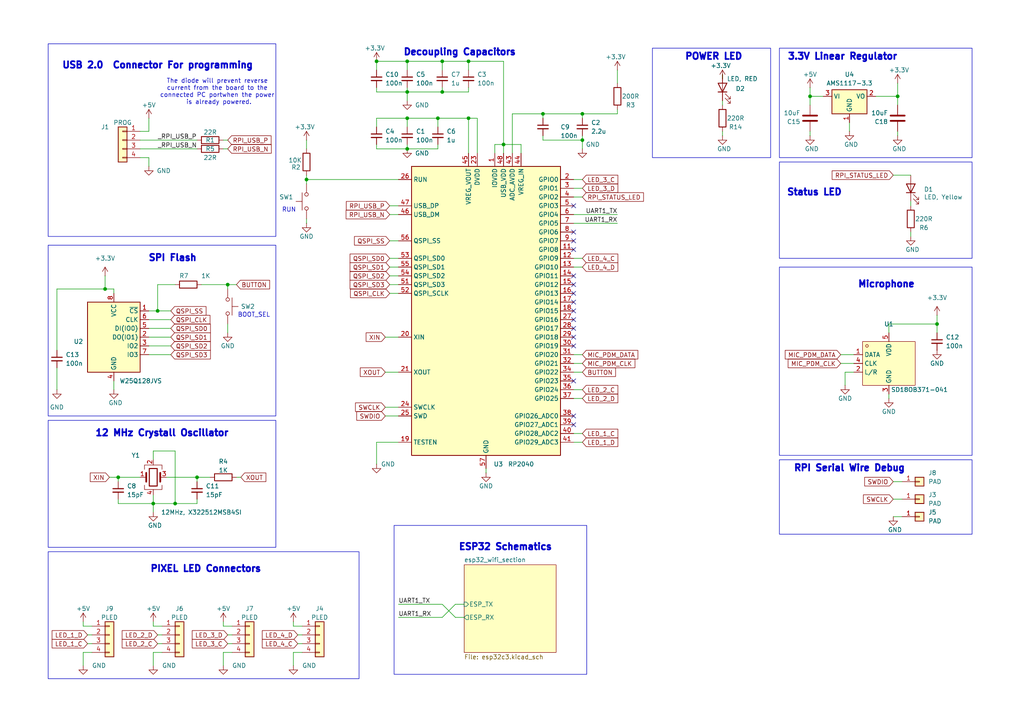
<source format=kicad_sch>
(kicad_sch (version 20231120) (generator "eeschema") (generator_version "8.0")
  (paper "A4")
  (title_block (title "Pixel LED Controller ESP32+RP2040") (date "2024-09-10") (rev "2"))
  (lib_symbols
    (symbol "Connector_Generic:Conn_01x01" (pin_names (offset 1.016) hide)
      (property "Reference" "J" (at 0 2.54 0))
      (property "Value" "Conn_01x01" (at 0 -2.54 0))
      (symbol "Conn_01x01_1_1"
        (pin passive line (at -5.08 0 0) (length 3.81) (name "Pin_1") (number "1"))
      )
    )
    (symbol "Connector_Generic:Conn_01x04" (pin_names (offset 1.016) hide)
      (property "Reference" "J" (at 0 5.08 0))
      (property "Value" "Conn_01x04" (at 0 -7.62 0))
      (symbol "Conn_01x04_1_1"
        (pin passive line (at -5.08 2.54 0) (length 3.81) (name "Pin_1") (number "1"))
        (pin passive line (at -5.08 0 0) (length 3.81) (name "Pin_2") (number "2"))
        (pin passive line (at -5.08 -2.54 0) (length 3.81) (name "Pin_3") (number "3"))
        (pin passive line (at -5.08 -5.08 0) (length 3.81) (name "Pin_4") (number "4"))
      )
    )
    (symbol "Device:C" (pin_numbers hide) (pin_names (offset 0.254))
      (property "Reference" "C" (at 0.635 2.54 0))
      (property "Value" "C" (at 0.635 -2.54 0))
      (symbol "C_1_1"
        (pin passive line (at 0 3.81 270) (length 2.794) (name "~") (number "1"))
        (pin passive line (at 0 -3.81 90) (length 2.794) (name "~") (number "2"))
      )
    )
    (symbol "Device:C_Small" (pin_numbers hide) (pin_names (offset 0.254) hide)
      (property "Reference" "C" (at 0.254 1.778 0))
      (property "Value" "C_Small" (at 0.254 -2.032 0))
      (symbol "C_Small_1_1"
        (pin passive line (at 0 2.54 270) (length 2.032) (name "~") (number "1"))
        (pin passive line (at 0 -2.54 90) (length 2.032) (name "~") (number "2"))
      )
    )
    (symbol "Device:Crystal_GND24" (pin_names (offset 1.016) hide)
      (property "Reference" "Y" (at 3.175 5.08 0))
      (property "Value" "Crystal_GND24" (at 3.175 3.175 0))
      (symbol "Crystal_GND24_1_1"
        (pin passive line (at -3.81 0 0) (length 1.27) (name "1") (number "1"))
        (pin passive line (at 0 5.08 270) (length 1.27) (name "2") (number "2"))
        (pin passive line (at 3.81 0 180) (length 1.27) (name "3") (number "3"))
        (pin passive line (at 0 -5.08 90) (length 1.27) (name "4") (number "4"))
      )
    )
    (symbol "Device:LED" (pin_numbers hide) (pin_names (offset 1.016) hide)
      (property "Reference" "D" (at 0 2.54 0))
      (property "Value" "LED" (at 0 -2.54 0))
      (symbol "LED_1_1"
        (pin passive line (at -3.81 0 0) (length 2.54) (name "K") (number "1"))
        (pin passive line (at 3.81 0 180) (length 2.54) (name "A") (number "2"))
      )
    )
    (symbol "Device:R" (pin_numbers hide) (pin_names (offset 0))
      (property "Reference" "R" (at 2.032 0 90))
      (property "Value" "R" (at 0 0 90))
      (symbol "R_1_1"
        (pin passive line (at 0 3.81 270) (length 1.27) (name "~") (number "1"))
        (pin passive line (at 0 -3.81 90) (length 1.27) (name "~") (number "2"))
      )
    )
    (symbol "External_Library:SD18OB371-041"
      (property "Reference" "U" (at 0 6.35 0))
      (property "Value" "SD18OB371-041" (at 0 -12.7 0))
      (symbol "SD18OB371-041_0_1"
        (pin unspecified line (at -10.16 1.27 0) (length 2.54) (name "DATA") (number "1"))
        (pin unspecified line (at -10.16 -3.81 0) (length 2.54) (name "L/R") (number "2"))
        (pin unspecified line (at 0 -10.16 90) (length 2.54) (name "GND") (number "3"))
        (pin unspecified line (at -10.16 -1.27 0) (length 2.54) (name "CLK") (number "4"))
        (pin unspecified line (at 0 7.62 270) (length 2.54) (name "VDD") (number "5"))
      )
    )
    (symbol "MCU_RaspberryPi:RP2040"
      (property "Reference" "U" (at 17.78 45.72 0))
      (property "Value" "RP2040" (at 17.78 43.18 0))
      (symbol "RP2040_1_1"
        (pin power_in line (at 2.54 45.72 270) (length 3.81) (name "IOVDD") (number "1"))
        (pin passive line (at 2.54 45.72 270) (length 3.81) hide (name "IOVDD") (number "10"))
        (pin bidirectional line (at 25.4 17.78 180) (length 3.81) (name "GPIO8") (number "11"))
        (pin bidirectional line (at 25.4 15.24 180) (length 3.81) (name "GPIO9") (number "12"))
        (pin bidirectional line (at 25.4 12.7 180) (length 3.81) (name "GPIO10") (number "13"))
        (pin bidirectional line (at 25.4 10.16 180) (length 3.81) (name "GPIO11") (number "14"))
        (pin bidirectional line (at 25.4 7.62 180) (length 3.81) (name "GPIO12") (number "15"))
        (pin bidirectional line (at 25.4 5.08 180) (length 3.81) (name "GPIO13") (number "16"))
        (pin bidirectional line (at 25.4 2.54 180) (length 3.81) (name "GPIO14") (number "17"))
        (pin bidirectional line (at 25.4 0 180) (length 3.81) (name "GPIO15") (number "18"))
        (pin input line (at -25.4 -38.1 0) (length 3.81) (name "TESTEN") (number "19"))
        (pin bidirectional line (at 25.4 38.1 180) (length 3.81) (name "GPIO0") (number "2"))
        (pin input line (at -25.4 -7.62 0) (length 3.81) (name "XIN") (number "20"))
        (pin passive line (at -25.4 -17.78 0) (length 3.81) (name "XOUT") (number "21"))
        (pin passive line (at 2.54 45.72 270) (length 3.81) hide (name "IOVDD") (number "22"))
        (pin power_in line (at -2.54 45.72 270) (length 3.81) (name "DVDD") (number "23"))
        (pin input line (at -25.4 -27.94 0) (length 3.81) (name "SWCLK") (number "24"))
        (pin bidirectional line (at -25.4 -30.48 0) (length 3.81) (name "SWD") (number "25"))
        (pin input line (at -25.4 38.1 0) (length 3.81) (name "RUN") (number "26"))
        (pin bidirectional line (at 25.4 -2.54 180) (length 3.81) (name "GPIO16") (number "27"))
        (pin bidirectional line (at 25.4 -5.08 180) (length 3.81) (name "GPIO17") (number "28"))
        (pin bidirectional line (at 25.4 -7.62 180) (length 3.81) (name "GPIO18") (number "29"))
        (pin bidirectional line (at 25.4 35.56 180) (length 3.81) (name "GPIO1") (number "3"))
        (pin bidirectional line (at 25.4 -10.16 180) (length 3.81) (name "GPIO19") (number "30"))
        (pin bidirectional line (at 25.4 -12.7 180) (length 3.81) (name "GPIO20") (number "31"))
        (pin bidirectional line (at 25.4 -15.24 180) (length 3.81) (name "GPIO21") (number "32"))
        (pin passive line (at 2.54 45.72 270) (length 3.81) hide (name "IOVDD") (number "33"))
        (pin bidirectional line (at 25.4 -17.78 180) (length 3.81) (name "GPIO22") (number "34"))
        (pin bidirectional line (at 25.4 -20.32 180) (length 3.81) (name "GPIO23") (number "35"))
        (pin bidirectional line (at 25.4 -22.86 180) (length 3.81) (name "GPIO24") (number "36"))
        (pin bidirectional line (at 25.4 -25.4 180) (length 3.81) (name "GPIO25") (number "37"))
        (pin bidirectional line (at 25.4 -30.48 180) (length 3.81) (name "GPIO26_ADC0") (number "38"))
        (pin bidirectional line (at 25.4 -33.02 180) (length 3.81) (name "GPIO27_ADC1") (number "39"))
        (pin bidirectional line (at 25.4 33.02 180) (length 3.81) (name "GPIO2") (number "4"))
        (pin bidirectional line (at 25.4 -35.56 180) (length 3.81) (name "GPIO28_ADC2") (number "40"))
        (pin bidirectional line (at 25.4 -38.1 180) (length 3.81) (name "GPIO29_ADC3") (number "41"))
        (pin passive line (at 2.54 45.72 270) (length 3.81) hide (name "IOVDD") (number "42"))
        (pin power_in line (at 7.62 45.72 270) (length 3.81) (name "ADC_AVDD") (number "43"))
        (pin power_in line (at 10.16 45.72 270) (length 3.81) (name "VREG_IN") (number "44"))
        (pin power_out line (at -5.08 45.72 270) (length 3.81) (name "VREG_VOUT") (number "45"))
        (pin bidirectional line (at -25.4 27.94 0) (length 3.81) (name "USB_DM") (number "46"))
        (pin bidirectional line (at -25.4 30.48 0) (length 3.81) (name "USB_DP") (number "47"))
        (pin power_in line (at 5.08 45.72 270) (length 3.81) (name "USB_VDD") (number "48"))
        (pin passive line (at 2.54 45.72 270) (length 3.81) hide (name "IOVDD") (number "49"))
        (pin bidirectional line (at 25.4 30.48 180) (length 3.81) (name "GPIO3") (number "5"))
        (pin passive line (at -2.54 45.72 270) (length 3.81) hide (name "DVDD") (number "50"))
        (pin bidirectional line (at -25.4 7.62 0) (length 3.81) (name "QSPI_SD3") (number "51"))
        (pin output line (at -25.4 5.08 0) (length 3.81) (name "QSPI_SCLK") (number "52"))
        (pin bidirectional line (at -25.4 15.24 0) (length 3.81) (name "QSPI_SD0") (number "53"))
        (pin bidirectional line (at -25.4 10.16 0) (length 3.81) (name "QSPI_SD2") (number "54"))
        (pin bidirectional line (at -25.4 12.7 0) (length 3.81) (name "QSPI_SD1") (number "55"))
        (pin bidirectional line (at -25.4 20.32 0) (length 3.81) (name "QSPI_SS") (number "56"))
        (pin power_in line (at 0 -45.72 90) (length 3.81) (name "GND") (number "57"))
        (pin bidirectional line (at 25.4 27.94 180) (length 3.81) (name "GPIO4") (number "6"))
        (pin bidirectional line (at 25.4 25.4 180) (length 3.81) (name "GPIO5") (number "7"))
        (pin bidirectional line (at 25.4 22.86 180) (length 3.81) (name "GPIO6") (number "8"))
        (pin bidirectional line (at 25.4 20.32 180) (length 3.81) (name "GPIO7") (number "9"))
      )
    )
    (symbol "Memory_Flash:W25Q128JVS"
      (property "Reference" "U" (at -8.89 8.89 0))
      (property "Value" "W25Q128JVS" (at 7.62 8.89 0))
      (symbol "W25Q128JVS_1_1"
        (pin input line (at -10.16 7.62 0) (length 2.54) (name "~{CS}") (number "1"))
        (pin bidirectional line (at -10.16 0 0) (length 2.54) (name "DO(IO1)") (number "2"))
        (pin bidirectional line (at -10.16 -2.54 0) (length 2.54) (name "IO2") (number "3"))
        (pin power_in line (at 0 -12.7 90) (length 2.54) (name "GND") (number "4"))
        (pin bidirectional line (at -10.16 2.54 0) (length 2.54) (name "DI(IO0)") (number "5"))
        (pin input line (at -10.16 5.08 0) (length 2.54) (name "CLK") (number "6"))
        (pin bidirectional line (at -10.16 -5.08 0) (length 2.54) (name "IO3") (number "7"))
        (pin power_in line (at 0 12.7 270) (length 2.54) (name "VCC") (number "8"))
      )
    )
    (symbol "Regulator_Linear:AMS1117-3.3"
      (property "Reference" "U" (at -3.81 3.175 0))
      (property "Value" "AMS1117-3.3" (at 0 3.175 0))
      (symbol "AMS1117-3.3_1_1"
        (pin power_in line (at 0 -7.62 90) (length 2.54) (name "GND") (number "1"))
        (pin power_out line (at 7.62 0 180) (length 2.54) (name "VO") (number "2"))
        (pin power_in line (at -7.62 0 0) (length 2.54) (name "VI") (number "3"))
      )
    )
    (symbol "Switch:SW_Push" (pin_numbers hide) (pin_names (offset 1.016) hide)
      (property "Reference" "SW" (at 1.27 2.54 0))
      (property "Value" "SW_Push" (at 0 -1.524 0))
      (symbol "SW_Push_0_1"
        (pin passive line (at -5.08 0 0) (length 2.54) (name "1") (number "1"))
        (pin passive line (at 5.08 0 180) (length 2.54) (name "2") (number "2"))
      )
    )
    (symbol "power:+3.3V" (power) (pin_numbers hide) (pin_names (offset 0) hide)
      (property "Value" "+3.3V" (at 0 3.556 0))
      (symbol "+3.3V_1_1"
        (pin power_in line (at 0 0 90) (length 0) (name "~") (number "1"))
      )
    )
    (symbol "power:+5V" (power) (pin_numbers hide) (pin_names (offset 0) hide)
      (property "Value" "+5V" (at 0 3.556 0))
      (symbol "+5V_1_1"
        (pin power_in line (at 0 0 90) (length 0) (name "~") (number "1"))
      )
    )
    (symbol "power:GND" (power) (pin_numbers hide) (pin_names (offset 0) hide)
      (property "Value" "GND" (at 0 -3.81 0))
      (symbol "GND_1_1"
        (pin power_in line (at 0 0 270) (length 0) (name "~") (number "1"))
      )
    )
  )
  (junction (at 118.11 26.67))
  (junction (at 88.9 52.07))
  (junction (at 118.11 34.29))
  (junction (at 128.27 26.67))
  (junction (at 118.11 17.78))
  (junction (at 45.72 90.17))
  (junction (at 271.78 93.98))
  (junction (at 50.8 146.05))
  (junction (at 146.05 41.91))
  (junction (at 109.22 17.78))
  (junction (at 127 34.29))
  (junction (at 135.89 17.78))
  (junction (at 44.45 146.05))
  (junction (at 168.91 40.64))
  (junction (at 234.95 27.94))
  (junction (at 118.11 43.18))
  (junction (at 30.48 83.82))
  (junction (at 168.91 33.02))
  (junction (at 157.48 33.02))
  (junction (at 57.15 138.43))
  (junction (at 66.04 82.55))
  (junction (at 34.29 138.43))
  (junction (at 135.89 34.29))
  (junction (at 260.35 27.94))
  (junction (at 128.27 17.78))
  (no_connect (at 166.37 100.33))
  (no_connect (at 166.37 85.09))
  (no_connect (at 166.37 59.69))
  (no_connect (at 166.37 110.49))
  (no_connect (at 166.37 82.55))
  (no_connect (at 166.37 90.17))
  (no_connect (at 166.37 95.25))
  (no_connect (at 166.37 123.19))
  (no_connect (at 166.37 80.01))
  (no_connect (at 166.37 120.65))
  (no_connect (at 166.37 72.39))
  (no_connect (at 166.37 92.71))
  (no_connect (at 166.37 87.63))
  (no_connect (at 166.37 97.79))
  (no_connect (at 166.37 69.85))
  (no_connect (at 166.37 67.31))
  (wire (pts (xy 118.11 34.29) (xy 118.11 36.83)))
  (wire (pts (xy 66.04 82.55) (xy 68.58 82.55)))
  (wire (pts (xy 44.45 133.35) (xy 44.45 130.81)))
  (wire (pts (xy 166.37 74.93) (xy 168.91 74.93)))
  (wire (pts (xy 168.91 107.95) (xy 166.37 107.95)))
  (wire (pts (xy 111.76 118.11) (xy 115.57 118.11)))
  (wire (pts (xy 179.07 20.32) (xy 179.07 24.13)))
  (wire (pts (xy 257.81 96.52) (xy 257.81 93.98)))
  (wire (pts (xy 140.97 137.16) (xy 140.97 135.89)))
  (wire (pts (xy 109.22 34.29) (xy 118.11 34.29)))
  (wire (pts (xy 115.57 175.26) (xy 128.27 175.26)))
  (wire (pts (xy 34.29 139.7) (xy 34.29 138.43)))
  (wire (pts (xy 86.36 184.15) (xy 87.63 184.15)))
  (wire (pts (xy 166.37 115.57) (xy 168.91 115.57)))
  (wire (pts (xy 260.35 27.94) (xy 260.35 30.48)))
  (wire (pts (xy 44.45 143.51) (xy 44.45 146.05)))
  (wire (pts (xy 118.11 26.67) (xy 118.11 29.21)))
  (wire (pts (xy 146.05 41.91) (xy 151.13 41.91)))
  (wire (pts (xy 209.55 29.21) (xy 209.55 30.48)))
  (wire (pts (xy 234.95 25.4) (xy 234.95 27.94)))
  (wire (pts (xy 132.08 179.07) (xy 134.62 179.07)))
  (wire (pts (xy 118.11 25.4) (xy 118.11 26.67)))
  (wire (pts (xy 64.77 189.23) (xy 64.77 193.04)))
  (wire (pts (xy 166.37 64.77) (xy 179.07 64.77)))
  (wire (pts (xy 109.22 17.78) (xy 118.11 17.78)))
  (wire (pts (xy 86.36 186.69) (xy 87.63 186.69)))
  (wire (pts (xy 135.89 17.78) (xy 146.05 17.78)))
  (wire (pts (xy 64.77 181.61) (xy 67.31 181.61)))
  (wire (pts (xy 66.04 96.52) (xy 66.04 93.98)))
  (wire (pts (xy 168.91 39.37) (xy 168.91 40.64)))
  (wire (pts (xy 128.27 17.78) (xy 135.89 17.78)))
  (wire (pts (xy 127 43.18) (xy 127 41.91)))
  (wire (pts (xy 245.11 111.76) (xy 245.11 107.95)))
  (wire (pts (xy 57.15 138.43) (xy 60.96 138.43)))
  (wire (pts (xy 168.91 33.02) (xy 179.07 33.02)))
  (wire (pts (xy 43.18 102.87) (xy 49.53 102.87)))
  (wire (pts (xy 127 34.29) (xy 127 36.83)))
  (wire (pts (xy 109.22 134.62) (xy 109.22 128.27)))
  (wire (pts (xy 64.77 40.64) (xy 66.04 40.64)))
  (wire (pts (xy 111.76 107.95) (xy 115.57 107.95)))
  (wire (pts (xy 128.27 175.26) (xy 132.08 179.07)))
  (wire (pts (xy 259.08 144.78) (xy 261.62 144.78)))
  (wire (pts (xy 44.45 189.23) (xy 44.45 193.04)))
  (wire (pts (xy 135.89 34.29) (xy 135.89 44.45)))
  (wire (pts (xy 85.09 181.61) (xy 87.63 181.61)))
  (wire (pts (xy 146.05 41.91) (xy 146.05 44.45)))
  (wire (pts (xy 271.78 93.98) (xy 271.78 96.52)))
  (wire (pts (xy 143.51 41.91) (xy 143.51 44.45)))
  (wire (pts (xy 166.37 77.47) (xy 168.91 77.47)))
  (wire (pts (xy 33.02 110.49) (xy 33.02 113.03)))
  (wire (pts (xy 34.29 146.05) (xy 44.45 146.05)))
  (wire (pts (xy 43.18 90.17) (xy 45.72 90.17)))
  (wire (pts (xy 88.9 50.8) (xy 88.9 52.07)))
  (wire (pts (xy 113.03 82.55) (xy 115.57 82.55)))
  (wire (pts (xy 44.45 181.61) (xy 46.99 181.61)))
  (wire (pts (xy 118.11 26.67) (xy 128.27 26.67)))
  (wire (pts (xy 113.03 59.69) (xy 115.57 59.69)))
  (wire (pts (xy 64.77 180.34) (xy 64.77 181.61)))
  (wire (pts (xy 68.58 138.43) (xy 69.85 138.43)))
  (wire (pts (xy 43.18 48.26) (xy 43.18 45.72)))
  (wire (pts (xy 45.72 82.55) (xy 45.72 90.17)))
  (wire (pts (xy 264.16 58.42) (xy 264.16 59.69)))
  (wire (pts (xy 118.11 43.18) (xy 127 43.18)))
  (wire (pts (xy 88.9 53.34) (xy 88.9 52.07)))
  (wire (pts (xy 43.18 34.29) (xy 43.18 38.1)))
  (wire (pts (xy 260.35 24.13) (xy 260.35 27.94)))
  (wire (pts (xy 179.07 31.75) (xy 179.07 33.02)))
  (wire (pts (xy 113.03 80.01) (xy 115.57 80.01)))
  (wire (pts (xy 132.08 175.26) (xy 134.62 175.26)))
  (wire (pts (xy 34.29 138.43) (xy 40.64 138.43)))
  (wire (pts (xy 85.09 180.34) (xy 85.09 181.61)))
  (wire (pts (xy 88.9 63.5) (xy 88.9 64.77)))
  (wire (pts (xy 33.02 83.82) (xy 30.48 83.82)))
  (wire (pts (xy 243.84 102.87) (xy 247.65 102.87)))
  (wire (pts (xy 254 27.94) (xy 260.35 27.94)))
  (wire (pts (xy 58.42 82.55) (xy 66.04 82.55)))
  (wire (pts (xy 66.04 184.15) (xy 67.31 184.15)))
  (wire (pts (xy 66.04 83.82) (xy 66.04 82.55)))
  (wire (pts (xy 115.57 179.07) (xy 128.27 179.07)))
  (wire (pts (xy 43.18 97.79) (xy 49.53 97.79)))
  (wire (pts (xy 148.59 33.02) (xy 157.48 33.02)))
  (wire (pts (xy 24.13 180.34) (xy 24.13 181.61)))
  (wire (pts (xy 16.51 83.82) (xy 30.48 83.82)))
  (wire (pts (xy 135.89 26.67) (xy 128.27 26.67)))
  (wire (pts (xy 166.37 102.87) (xy 168.91 102.87)))
  (wire (pts (xy 57.15 138.43) (xy 48.26 138.43)))
  (wire (pts (xy 64.77 43.18) (xy 66.04 43.18)))
  (wire (pts (xy 166.37 113.03) (xy 168.91 113.03)))
  (wire (pts (xy 168.91 40.64) (xy 168.91 43.18)))
  (wire (pts (xy 113.03 77.47) (xy 115.57 77.47)))
  (wire (pts (xy 45.72 184.15) (xy 46.99 184.15)))
  (wire (pts (xy 111.76 120.65) (xy 115.57 120.65)))
  (wire (pts (xy 25.4 184.15) (xy 26.67 184.15)))
  (wire (pts (xy 40.64 43.18) (xy 57.15 43.18)))
  (wire (pts (xy 111.76 97.79) (xy 115.57 97.79)))
  (wire (pts (xy 166.37 125.73) (xy 168.91 125.73)))
  (wire (pts (xy 34.29 144.78) (xy 34.29 146.05)))
  (wire (pts (xy 25.4 186.69) (xy 26.67 186.69)))
  (wire (pts (xy 40.64 40.64) (xy 57.15 40.64)))
  (wire (pts (xy 44.45 146.05) (xy 44.45 148.59)))
  (wire (pts (xy 40.64 45.72) (xy 43.18 45.72)))
  (wire (pts (xy 88.9 43.18) (xy 88.9 40.64)))
  (wire (pts (xy 85.09 189.23) (xy 85.09 193.04)))
  (wire (pts (xy 24.13 189.23) (xy 26.67 189.23)))
  (wire (pts (xy 31.75 138.43) (xy 34.29 138.43)))
  (wire (pts (xy 118.11 17.78) (xy 118.11 20.32)))
  (wire (pts (xy 157.48 39.37) (xy 157.48 40.64)))
  (wire (pts (xy 157.48 33.02) (xy 157.48 34.29)))
  (wire (pts (xy 259.08 50.8) (xy 264.16 50.8)))
  (wire (pts (xy 166.37 128.27) (xy 168.91 128.27)))
  (wire (pts (xy 245.11 107.95) (xy 247.65 107.95)))
  (wire (pts (xy 50.8 146.05) (xy 57.15 146.05)))
  (wire (pts (xy 24.13 189.23) (xy 24.13 193.04)))
  (wire (pts (xy 118.11 41.91) (xy 118.11 43.18)))
  (wire (pts (xy 138.43 34.29) (xy 138.43 44.45)))
  (wire (pts (xy 44.45 130.81) (xy 50.8 130.81)))
  (wire (pts (xy 209.55 39.37) (xy 209.55 38.1)))
  (wire (pts (xy 143.51 41.91) (xy 146.05 41.91)))
  (wire (pts (xy 234.95 38.1) (xy 234.95 39.37)))
  (wire (pts (xy 109.22 26.67) (xy 118.11 26.67)))
  (wire (pts (xy 260.35 39.37) (xy 260.35 38.1)))
  (wire (pts (xy 234.95 30.48) (xy 234.95 27.94)))
  (wire (pts (xy 246.38 35.56) (xy 246.38 38.1)))
  (wire (pts (xy 166.37 62.23) (xy 179.07 62.23)))
  (wire (pts (xy 57.15 144.78) (xy 57.15 146.05)))
  (wire (pts (xy 16.51 106.68) (xy 16.51 113.03)))
  (wire (pts (xy 45.72 186.69) (xy 46.99 186.69)))
  (wire (pts (xy 50.8 146.05) (xy 44.45 146.05)))
  (wire (pts (xy 157.48 40.64) (xy 168.91 40.64)))
  (wire (pts (xy 45.72 90.17) (xy 49.53 90.17)))
  (wire (pts (xy 24.13 181.61) (xy 26.67 181.61)))
  (wire (pts (xy 166.37 52.07) (xy 168.91 52.07)))
  (wire (pts (xy 109.22 20.32) (xy 109.22 17.78)))
  (wire (pts (xy 50.8 82.55) (xy 45.72 82.55)))
  (wire (pts (xy 257.81 114.3) (xy 257.81 115.57)))
  (wire (pts (xy 257.81 93.98) (xy 271.78 93.98)))
  (wire (pts (xy 209.55 22.86) (xy 209.55 21.59)))
  (wire (pts (xy 168.91 57.15) (xy 166.37 57.15)))
  (wire (pts (xy 259.08 139.7) (xy 261.62 139.7)))
  (wire (pts (xy 50.8 130.81) (xy 50.8 146.05)))
  (wire (pts (xy 264.16 68.58) (xy 264.16 67.31)))
  (wire (pts (xy 234.95 27.94) (xy 238.76 27.94)))
  (wire (pts (xy 66.04 186.69) (xy 67.31 186.69)))
  (wire (pts (xy 113.03 85.09) (xy 115.57 85.09)))
  (wire (pts (xy 127 34.29) (xy 135.89 34.29)))
  (wire (pts (xy 135.89 25.4) (xy 135.89 26.67)))
  (wire (pts (xy 44.45 189.23) (xy 46.99 189.23)))
  (wire (pts (xy 88.9 52.07) (xy 115.57 52.07)))
  (wire (pts (xy 166.37 105.41) (xy 168.91 105.41)))
  (wire (pts (xy 271.78 91.44) (xy 271.78 93.98)))
  (wire (pts (xy 109.22 25.4) (xy 109.22 26.67)))
  (wire (pts (xy 113.03 62.23) (xy 115.57 62.23)))
  (wire (pts (xy 128.27 179.07) (xy 132.08 175.26)))
  (wire (pts (xy 135.89 34.29) (xy 138.43 34.29)))
  (wire (pts (xy 16.51 101.6) (xy 16.51 83.82)))
  (wire (pts (xy 157.48 33.02) (xy 168.91 33.02)))
  (wire (pts (xy 109.22 36.83) (xy 109.22 34.29)))
  (wire (pts (xy 43.18 95.25) (xy 49.53 95.25)))
  (wire (pts (xy 259.08 149.86) (xy 261.62 149.86)))
  (wire (pts (xy 64.77 189.23) (xy 67.31 189.23)))
  (wire (pts (xy 128.27 17.78) (xy 128.27 20.32)))
  (wire (pts (xy 118.11 34.29) (xy 127 34.29)))
  (wire (pts (xy 128.27 25.4) (xy 128.27 26.67)))
  (wire (pts (xy 40.64 38.1) (xy 43.18 38.1)))
  (wire (pts (xy 85.09 189.23) (xy 87.63 189.23)))
  (wire (pts (xy 109.22 41.91) (xy 109.22 43.18)))
  (wire (pts (xy 113.03 74.93) (xy 115.57 74.93)))
  (wire (pts (xy 135.89 17.78) (xy 135.89 20.32)))
  (wire (pts (xy 33.02 83.82) (xy 33.02 85.09)))
  (wire (pts (xy 43.18 100.33) (xy 49.53 100.33)))
  (wire (pts (xy 109.22 128.27) (xy 115.57 128.27)))
  (wire (pts (xy 168.91 34.29) (xy 168.91 33.02)))
  (wire (pts (xy 109.22 43.18) (xy 118.11 43.18)))
  (wire (pts (xy 243.84 105.41) (xy 247.65 105.41)))
  (wire (pts (xy 43.18 92.71) (xy 49.53 92.71)))
  (wire (pts (xy 44.45 180.34) (xy 44.45 181.61)))
  (wire (pts (xy 30.48 80.01) (xy 30.48 83.82)))
  (wire (pts (xy 166.37 54.61) (xy 168.91 54.61)))
  (wire (pts (xy 113.03 69.85) (xy 115.57 69.85)))
  (wire (pts (xy 146.05 17.78) (xy 146.05 41.91)))
  (wire (pts (xy 118.11 17.78) (xy 128.27 17.78)))
  (wire (pts (xy 57.15 139.7) (xy 57.15 138.43)))
  (wire (pts (xy 148.59 33.02) (xy 148.59 44.45)))
  (wire (pts (xy 151.13 44.45) (xy 151.13 41.91)))
  (rectangle (start 13.97 71.12) (end 80.01 120.65))
  (rectangle (start 13.97 160.02) (end 104.14 196.85))
  (rectangle (start 189.23 13.97) (end 223.52 45.72))
  (rectangle (start 226.06 133.35) (end 281.94 154.94))
  (rectangle (start 226.06 77.47) (end 281.94 132.08))
  (rectangle (start 13.97 12.7) (end 80.01 68.58))
  (rectangle (start 226.06 13.97) (end 281.94 45.72))
  (rectangle (start 114.3 152.4) (end 170.18 195.58))
  (rectangle (start 13.97 121.92) (end 80.01 158.75))
  (rectangle (start 226.06 46.99) (end 281.94 74.93))
  (text "3.3V Linear Regulator " (at 245.11 16.51 0) (effects (font (size 1.905 1.905) (thickness 0.6096) (bold yes))))
  (text "Microphone " (at 257.81 82.55 0) (effects (font (size 1.905 1.905) (thickness 0.6096) (bold yes))))
  (text "SPI Flash " (at 50.8 74.93 0) (effects (font (size 1.905 1.905) (thickness 0.6096) (bold yes))))
  (text "RPI Serial Wire Debug" (at 246.38 135.89 0) (effects (font (size 1.905 1.905) (thickness 0.6096) (bold yes))))
  (text "Decoupling Capacitors" (at 133.35 15.24 0) (effects (font (size 1.905 1.905) (thickness 0.6096) (bold yes))))
  (text "POWER LED" (at 207.01 16.51 0) (effects (font (size 1.905 1.905) (thickness 0.6096) (bold yes))))
  (text "12 MHz Crystall Oscillator" (at 46.99 125.73 0) (effects (font (size 1.905 1.905) (thickness 0.6096) (bold yes))))
  (text "RUN" (at 83.82 60.96 0) (effects (font (size 1.27 1.27))))
  (text "The diode will prevent reverse \ncurrent from the board to the \nconnected PC portwhen the power \nis already powered." (at 63.5 26.67 0) (effects (font (size 1.27 1.27))))
  (text "PIXEL LED Connectors" (at 59.69 165.1 0) (effects (font (size 1.905 1.905) (thickness 0.6096) (bold yes))))
  (text "USB 2.0  Connector For programming" (at 45.72 19.05 0) (effects (font (size 1.905 1.905) (thickness 0.6096) (bold yes))))
  (text "BOOT_SEL" (at 73.66 91.44 0) (effects (font (size 1.27 1.27))))
  (text "Status LED" (at 236.22 55.88 0) (effects (font (size 1.905 1.905) (thickness 0.6096) (bold yes))))
  (text "ESP32 Schematics " (at 147.32 158.75 0) (effects (font (size 1.905 1.905) (thickness 0.6096) (bold yes))))
  (label "UART1_TX" (at 115.57 175.26 0))
  (label "UART1_RX" (at 179.07 64.77 180))
  (label "UART1_RX" (at 115.57 179.07 0))
  (label "_RPI_USB_P" (at 45.72 40.64 0))
  (label "UART1_TX" (at 179.07 62.23 180))
  (label "_RPI_USB_N" (at 45.72 43.18 0))
  (global_label "QSPI_SD2" (shape input) (at 113.03 80.01 180) (property "Intersheetrefs" "${INTERSHEET_REFS}" (effects (hide yes))))
  (global_label "LED_1_D" (shape input) (at 168.91 128.27 0) (property "Intersheetrefs" "${INTERSHEET_REFS}" (effects (hide yes))))
  (global_label "MIC_PDM_CLK" (shape input) (at 243.84 105.41 180) (property "Intersheetrefs" "${INTERSHEET_REFS}" (effects (hide yes))))
  (global_label "SWDIO" (shape input) (at 259.08 139.7 180) (property "Intersheetrefs" "${INTERSHEET_REFS}" (effects (hide yes))))
  (global_label "QSPI_SS" (shape input) (at 49.53 90.17 0) (property "Intersheetrefs" "${INTERSHEET_REFS}" (effects (hide yes))))
  (global_label "XOUT" (shape input) (at 69.85 138.43 0) (property "Intersheetrefs" "${INTERSHEET_REFS}" (effects (hide yes))))
  (global_label "LED_4_C" (shape input) (at 86.36 186.69 180) (property "Intersheetrefs" "${INTERSHEET_REFS}" (effects (hide yes))))
  (global_label "LED_4_D" (shape input) (at 168.91 77.47 0) (property "Intersheetrefs" "${INTERSHEET_REFS}" (effects (hide yes))))
  (global_label "LED_1_C" (shape input) (at 168.91 125.73 0) (property "Intersheetrefs" "${INTERSHEET_REFS}" (effects (hide yes))))
  (global_label "RPI_USB_N" (shape input) (at 113.03 62.23 180) (property "Intersheetrefs" "${INTERSHEET_REFS}" (effects (hide yes))))
  (global_label "MIC_PDM_CLK" (shape input) (at 168.91 105.41 0) (property "Intersheetrefs" "${INTERSHEET_REFS}" (effects (hide yes))))
  (global_label "RPI_USB_N" (shape input) (at 66.04 43.18 0) (property "Intersheetrefs" "${INTERSHEET_REFS}" (effects (hide yes))))
  (global_label "QSPI_SS" (shape input) (at 113.03 69.85 180) (property "Intersheetrefs" "${INTERSHEET_REFS}" (effects (hide yes))))
  (global_label "SWCLK" (shape input) (at 111.76 118.11 180) (property "Intersheetrefs" "${INTERSHEET_REFS}" (effects (hide yes))))
  (global_label "QSPI_SD1" (shape input) (at 49.53 97.79 0) (property "Intersheetrefs" "${INTERSHEET_REFS}" (effects (hide yes))))
  (global_label "XIN" (shape input) (at 31.75 138.43 180) (property "Intersheetrefs" "${INTERSHEET_REFS}" (effects (hide yes))))
  (global_label "RPI_USB_P" (shape input) (at 113.03 59.69 180) (property "Intersheetrefs" "${INTERSHEET_REFS}" (effects (hide yes))))
  (global_label "RPI_USB_P" (shape input) (at 66.04 40.64 0) (property "Intersheetrefs" "${INTERSHEET_REFS}" (effects (hide yes))))
  (global_label "MIC_PDM_DATA" (shape input) (at 168.91 102.87 0) (property "Intersheetrefs" "${INTERSHEET_REFS}" (effects (hide yes))))
  (global_label "QSPI_SD1" (shape input) (at 113.03 77.47 180) (property "Intersheetrefs" "${INTERSHEET_REFS}" (effects (hide yes))))
  (global_label "LED_4_D" (shape input) (at 86.36 184.15 180) (property "Intersheetrefs" "${INTERSHEET_REFS}" (effects (hide yes))))
  (global_label "LED_2_D" (shape input) (at 45.72 184.15 180) (property "Intersheetrefs" "${INTERSHEET_REFS}" (effects (hide yes))))
  (global_label "QSPI_CLK" (shape input) (at 49.53 92.71 0) (property "Intersheetrefs" "${INTERSHEET_REFS}" (effects (hide yes))))
  (global_label "SWCLK" (shape input) (at 259.08 144.78 180) (property "Intersheetrefs" "${INTERSHEET_REFS}" (effects (hide yes))))
  (global_label "LED_2_C" (shape input) (at 45.72 186.69 180) (property "Intersheetrefs" "${INTERSHEET_REFS}" (effects (hide yes))))
  (global_label "XOUT" (shape input) (at 111.76 107.95 180) (property "Intersheetrefs" "${INTERSHEET_REFS}" (effects (hide yes))))
  (global_label "LED_3_D" (shape input) (at 168.91 54.61 0) (property "Intersheetrefs" "${INTERSHEET_REFS}" (effects (hide yes))))
  (global_label "QSPI_SD0" (shape input) (at 49.53 95.25 0) (property "Intersheetrefs" "${INTERSHEET_REFS}" (effects (hide yes))))
  (global_label "SWDIO" (shape input) (at 111.76 120.65 180) (property "Intersheetrefs" "${INTERSHEET_REFS}" (effects (hide yes))))
  (global_label "LED_2_D" (shape input) (at 168.91 115.57 0) (property "Intersheetrefs" "${INTERSHEET_REFS}" (effects (hide yes))))
  (global_label "BUTTON" (shape input) (at 168.91 107.95 0) (property "Intersheetrefs" "${INTERSHEET_REFS}" (effects (hide yes))))
  (global_label "XIN" (shape input) (at 111.76 97.79 180) (property "Intersheetrefs" "${INTERSHEET_REFS}" (effects (hide yes))))
  (global_label "RPI_STATUS_LED" (shape input) (at 259.08 50.8 180) (property "Intersheetrefs" "${INTERSHEET_REFS}" (effects (hide yes))))
  (global_label "RPI_STATUS_LED" (shape input) (at 168.91 57.15 0) (property "Intersheetrefs" "${INTERSHEET_REFS}" (effects (hide yes))))
  (global_label "MIC_PDM_DATA" (shape input) (at 243.84 102.87 180) (property "Intersheetrefs" "${INTERSHEET_REFS}" (effects (hide yes))))
  (global_label "LED_1_D" (shape input) (at 25.4 184.15 180) (property "Intersheetrefs" "${INTERSHEET_REFS}" (effects (hide yes))))
  (global_label "LED_2_C" (shape input) (at 168.91 113.03 0) (property "Intersheetrefs" "${INTERSHEET_REFS}" (effects (hide yes))))
  (global_label "LED_1_C" (shape input) (at 25.4 186.69 180) (property "Intersheetrefs" "${INTERSHEET_REFS}" (effects (hide yes))))
  (global_label "LED_3_C" (shape input) (at 168.91 52.07 0) (property "Intersheetrefs" "${INTERSHEET_REFS}" (effects (hide yes))))
  (global_label "QSPI_SD3" (shape input) (at 113.03 82.55 180) (property "Intersheetrefs" "${INTERSHEET_REFS}" (effects (hide yes))))
  (global_label "BUTTON" (shape input) (at 68.58 82.55 0) (property "Intersheetrefs" "${INTERSHEET_REFS}" (effects (hide yes))))
  (global_label "QSPI_SD3" (shape input) (at 49.53 102.87 0) (property "Intersheetrefs" "${INTERSHEET_REFS}" (effects (hide yes))))
  (global_label "QSPI_SD0" (shape input) (at 113.03 74.93 180) (property "Intersheetrefs" "${INTERSHEET_REFS}" (effects (hide yes))))
  (global_label "QSPI_SD2" (shape input) (at 49.53 100.33 0) (property "Intersheetrefs" "${INTERSHEET_REFS}" (effects (hide yes))))
  (global_label "LED_3_D" (shape input) (at 66.04 184.15 180) (property "Intersheetrefs" "${INTERSHEET_REFS}" (effects (hide yes))))
  (global_label "LED_3_C" (shape input) (at 66.04 186.69 180) (property "Intersheetrefs" "${INTERSHEET_REFS}" (effects (hide yes))))
  (global_label "QSPI_CLK" (shape input) (at 113.03 85.09 180) (property "Intersheetrefs" "${INTERSHEET_REFS}" (effects (hide yes))))
  (global_label "LED_4_C" (shape input) (at 168.91 74.93 0) (property "Intersheetrefs" "${INTERSHEET_REFS}" (effects (hide yes))))
  (symbol (lib_id "power:GND") (at 245.11 111.76 0) (mirror y) (unit 1)
    (property "Reference" "#PWR010" (effects (hide yes)))
    (property "Value" "GND" (at 245.11 115.57 0))
    (property "Description" "Power symbol creates a global label with name \"GND\" , ground" (effects (hide yes)))
  )
  (symbol (lib_id "power:+3.3V") (at 30.48 80.01 0) (unit 1)
    (property "Reference" "#PWR04" (effects (hide yes)))
    (property "Value" "+3.3V" (at 30.48 74.93 0))
    (property "Description" "Power symbol creates a global label with name \"+3.3V\"" (effects (hide yes)))
  )
  (symbol (lib_id "power:+5V") (at 24.13 180.34 0) (unit 1)
    (property "Reference" "#PWR01" (effects (hide yes)))
    (property "Value" "+5V" (at 24.13 176.53 0))
    (property "Description" "Power symbol creates a global label with name \"+5V\"" (effects (hide yes)))
  )
  (symbol (lib_id "power:GND") (at 44.45 148.59 0) (unit 1)
    (property "Reference" "#PWR011" (effects (hide yes)))
    (property "Value" "GND" (at 46.99 152.4 0) (effects (justify right)))
    (property "Description" "Power symbol creates a global label with name \"GND\" , ground" (effects (hide yes)))
  )
  (symbol (lib_id "power:+3.3V") (at 271.78 91.44 0) (mirror y) (unit 1)
    (property "Reference" "#PWR028" (effects (hide yes)))
    (property "Value" "+3.3V" (at 271.78 86.36 0))
    (property "Description" "Power symbol creates a global label with name \"+3.3V\"" (effects (hide yes)))
  )
  (symbol (lib_id "Device:Crystal_GND24") (at 44.45 138.43 0) (unit 1)
    (property "Reference" "Y1" (at 39.37 132.08 0))
    (property "Value" "12MHz, X322512MSB4SI" (at 58.42 148.59 0))
    (property "Footprint" "Crystal:Crystal_SMD_3225-4Pin_3.2x2.5mm" (effects (hide yes)))
    (property "Datasheet" "https://jlcpcb.com/partdetail/Yxc_CrystalOscillators-X322512MSB4SI/C9002" (effects (hide yes)))
    (property "Description" "Four pin crystal, GND on pins 2 and 4" (effects (hide yes)))
    (property "LCSC Part" "C9002" (effects (hide yes)))
  )
  (symbol (lib_id "Device:C_Small") (at 34.29 142.24 0) (unit 1)
    (property "Reference" "C8" (at 36.83 140.9762 0) (effects (justify left)))
    (property "Value" "15pF" (at 36.83 143.5162 0) (effects (justify left)))
    (property "Footprint" "Capacitor_SMD:C_0402_1005Metric" (effects (hide yes)))
    (property "Datasheet" "https://www.lcsc.com/product-detail/Multilayer-Ceramic-Capacitors-MLCC-SMD-SMT_FH-Guangdong-Fenghua-Advanced-Tech-0402CG150J500NT_C1548.html" (effects (hide yes)))
    (property "Description" "Unpolarized capacitor, small symbol" (effects (hide yes)))
    (property "LCSC Part" "C1548" (effects (hide yes)))
  )
  (symbol (lib_id "External_Library:SD18OB371-041") (at 257.81 104.14 0) (unit 1)
    (property "Reference" "U1" (at 257.81 93.98 0))
    (property "Value" "SD18OB371-041" (at 266.7 113.03 0))
    (property "Footprint" "External_Library:RHLGA-5L_L3.5-W2.7-P0.82-MP23ABS1TR" (effects (hide yes)))
    (property "Datasheet" "https://jlcpcb.com/partdetail/Goertek-SD18OB371041/C3040249" (effects (hide yes)))
    (property "Description" "SMD-5P,2.7x3.5mm MEMS Microphones ROHS" (effects (hide yes)))
    (property "LCSC Part" "C3040249" (effects (hide yes)))
  )
  (symbol (lib_id "Device:LED") (at 209.55 25.4 90) (unit 1)
    (property "Reference" "D2" (at 213.36 25.7174 90) (effects (justify right)))
    (property "Value" "LED, RED" (at 210.82 22.86 90) (effects (justify right)))
    (property "Footprint" "LED_SMD:LED_0603_1608Metric" (effects (hide yes)))
    (property "Datasheet" "https://jlcpcb.com/partdetail/Hubei_KentoElec-KT0603R/C2286" (effects (hide yes)))
    (property "Description" "Light emitting diode" (effects (hide yes)))
    (property "LCSC Part" "C2286" (effects (hide yes)))
  )
  (symbol (lib_id "Device:C_Small") (at 57.15 142.24 0) (unit 1)
    (property "Reference" "C11" (at 59.69 140.9762 0) (effects (justify left)))
    (property "Value" "15pF" (at 59.69 143.5162 0) (effects (justify left)))
    (property "Footprint" "Capacitor_SMD:C_0402_1005Metric" (effects (hide yes)))
    (property "Datasheet" "https://www.lcsc.com/product-detail/Multilayer-Ceramic-Capacitors-MLCC-SMD-SMT_FH-Guangdong-Fenghua-Advanced-Tech-0402CG150J500NT_C1548.html" (effects (hide yes)))
    (property "Description" "Unpolarized capacitor, small symbol" (effects (hide yes)))
    (property "LCSC Part" "C1548" (effects (hide yes)))
  )
  (symbol (lib_id "Device:C") (at 260.35 34.29 0) (unit 1)
    (property "Reference" "C18" (at 257.556 35.306 0) (effects (justify right)))
    (property "Value" "10uF" (at 257.556 32.766 0) (effects (justify right)))
    (property "Footprint" "Capacitor_SMD:C_0603_1608Metric" (effects (hide yes)))
    (property "Datasheet" "https://jlcpcb.com/partdetail/20411-CL10A106KP8NNNC/C19702" (effects (hide yes)))
    (property "Description" "Unpolarized capacitor" (effects (hide yes)))
    (property "LCSC Part" "C19702" (effects (hide yes)))
  )
  (symbol (lib_id "power:GND") (at 66.04 96.52 0) (unit 1)
    (property "Reference" "#PWR017" (effects (hide yes)))
    (property "Value" "GND" (at 66.04 100.33 0))
    (property "Description" "Power symbol creates a global label with name \"GND\" , ground" (effects (hide yes)))
  )
  (symbol (lib_id "power:+3.3V") (at 209.55 22.86 0) (unit 1)
    (property "Reference" "#PWR015" (effects (hide yes)))
    (property "Value" "+3.3V" (at 209.042 19.05 0))
    (property "Description" "Power symbol creates a global label with name \"+3.3V\"" (effects (hide yes)))
  )
  (symbol (lib_id "Connector_Generic:Conn_01x01") (at 266.7 144.78 0) (unit 1) (in_bom no)
    (property "Reference" "J3" (at 269.24 143.51 0) (effects (justify left)))
    (property "Value" "PAD" (at 269.24 146.05 0) (effects (justify left)))
    (property "Footprint" "TestPoint:TestPoint_Pad_1.0x1.0mm" (effects (hide yes)))
  )
  (symbol (lib_id "Device:C_Small") (at 118.11 39.37 0) (unit 1)
    (property "Reference" "C1" (at 120.65 38.1062 0) (effects (justify left)))
    (property "Value" "100n" (at 120.65 40.6462 0) (effects (justify left)))
    (property "Footprint" "Capacitor_SMD:C_0402_1005Metric" (effects (hide yes)))
    (property "Datasheet" "https://www.lcsc.com/product-detail/Multilayer-Ceramic-Capacitors-MLCC-SMD-SMT_Samsung-Electro-Mechanics-CL05B104KO5NNNC_C1525.html" (effects (hide yes)))
    (property "Description" "Unpolarized capacitor, small symbol" (effects (hide yes)))
    (property "LCSC Part" "C1525" (effects (hide yes)))
  )
  (symbol (lib_id "Device:C_Small") (at 271.78 99.06 0) (unit 1)
    (property "Reference" "C12" (at 274.32 97.7962 0) (effects (justify left)))
    (property "Value" "100n" (at 274.32 100.3362 0) (effects (justify left)))
    (property "Footprint" "Capacitor_SMD:C_0402_1005Metric" (effects (hide yes)))
    (property "Datasheet" "https://www.lcsc.com/product-detail/Multilayer-Ceramic-Capacitors-MLCC-SMD-SMT_Samsung-Electro-Mechanics-CL05B104KO5NNNC_C1525.html" (effects (hide yes)))
    (property "Description" "Unpolarized capacitor, small symbol" (effects (hide yes)))
    (property "LCSC Part" "C1525" (effects (hide yes)))
  )
  (symbol (lib_id "power:GND") (at 209.55 39.37 0) (unit 1)
    (property "Reference" "#PWR014" (effects (hide yes)))
    (property "Value" "GND" (at 212.09 43.18 0) (effects (justify right)))
    (property "Description" "Power symbol creates a global label with name \"GND\" , ground" (effects (hide yes)))
  )
  (symbol (lib_id "power:GND") (at 271.78 101.6 0) (mirror y) (unit 1)
    (property "Reference" "#PWR029" (effects (hide yes)))
    (property "Value" "GND" (at 271.78 105.41 0))
    (property "Description" "Power symbol creates a global label with name \"GND\" , ground" (effects (hide yes)))
  )
  (symbol (lib_id "Connector_Generic:Conn_01x01") (at 266.7 149.86 0) (unit 1) (in_bom no)
    (property "Reference" "J5" (at 269.24 148.59 0) (effects (justify left)))
    (property "Value" "PAD" (at 269.24 151.13 0) (effects (justify left)))
    (property "Footprint" "TestPoint:TestPoint_Pad_1.0x1.0mm" (effects (hide yes)))
  )
  (symbol (lib_id "power:GND") (at 33.02 113.03 0) (unit 1)
    (property "Reference" "#PWR05" (effects (hide yes)))
    (property "Value" "GND" (at 35.56 116.84 0) (effects (justify right)))
    (property "Description" "Power symbol creates a global label with name \"GND\" , ground" (effects (hide yes)))
  )
  (symbol (lib_id "Connector_Generic:Conn_01x04") (at 52.07 184.15 0) (unit 1) (in_bom no)
    (property "Reference" "J6" (at 52.07 176.53 0))
    (property "Value" "PLED" (at 52.07 179.07 0))
    (property "Footprint" "External_Library:PIXEL-LED-PAD-4" (effects (hide yes)))
    (property "Description" "Generic connector, single row, 01x04, script generated (kicad-library-utils/schlib/autogen/connector/)" (effects (hide yes)))
  )
  (symbol (lib_id "MCU_RaspberryPi:RP2040") (at 140.97 90.17 0) (unit 1)
    (property "Reference" "U3" (at 143.1641 134.62 0) (effects (justify left)))
    (property "Value" "RP2040" (at 147.32 134.62 0) (effects (justify left)))
    (property "Footprint" "Package_DFN_QFN:QFN-56-1EP_7x7mm_P0.4mm_EP3.2x3.2mm" (effects (hide yes)))
    (property "Datasheet" "https://datasheets.raspberrypi.com/rp2040/rp2040-datasheet.pdf" (effects (hide yes)))
    (property "Description" "A microcontroller by Raspberry Pi" (effects (hide yes)))
    (property "LCSC Part" "C2040" (effects (hide yes)))
  )
  (symbol (lib_id "Connector_Generic:Conn_01x04") (at 92.71 184.15 0) (unit 1) (in_bom no)
    (property "Reference" "J4" (at 92.71 176.53 0))
    (property "Value" "PLED" (at 92.71 179.07 0))
    (property "Footprint" "External_Library:PIXEL-LED-PAD-4" (effects (hide yes)))
    (property "Description" "Generic connector, single row, 01x04, script generated (kicad-library-utils/schlib/autogen/connector/)" (effects (hide yes)))
  )
  (symbol (lib_id "Device:LED") (at 264.16 54.61 90) (unit 1)
    (property "Reference" "D1" (at 267.97 54.9274 90) (effects (justify right)))
    (property "Value" "LED, Yellow" (at 267.97 57.15 90) (effects (justify right)))
    (property "Footprint" "LED_SMD:LED_0603_1608Metric" (effects (hide yes)))
    (property "Datasheet" "https://jlcpcb.com/partdetail/73147-19_213_Y2C_CQ2R2L_3T_CY/C72038" (effects (hide yes)))
    (property "Description" "Light emitting diode" (effects (hide yes)))
    (property "LCSC Part" "C72038" (effects (hide yes)))
  )
  (symbol (lib_id "Device:R") (at 88.9 46.99 0) (unit 1)
    (property "Reference" "R2" (at 85.852 48.514 0))
    (property "Value" "10K" (at 85.598 46.482 0))
    (property "Footprint" "Resistor_SMD:R_0402_1005Metric" (effects (hide yes)))
    (property "Datasheet" "https://www.lcsc.com/product-detail/Chip-Resistor-Surface-Mount_UNI-ROYAL-Uniroyal-Elec-0402WGF1002TCE_C25744.html" (effects (hide yes)))
    (property "Description" "Resistor" (effects (hide yes)))
    (property "LCSC Part" "C25744" (effects (hide yes)))
  )
  (symbol (lib_id "power:GND") (at 16.51 113.03 0) (unit 1)
    (property "Reference" "#PWR052" (effects (hide yes)))
    (property "Value" "GND" (at 18.542 118.11 0) (effects (justify right)))
    (property "Description" "Power symbol creates a global label with name \"GND\" , ground" (effects (hide yes)))
  )
  (symbol (lib_id "Connector_Generic:Conn_01x04") (at 72.39 184.15 0) (unit 1) (in_bom no)
    (property "Reference" "J7" (at 72.39 176.53 0))
    (property "Value" "PLED" (at 72.39 179.07 0))
    (property "Footprint" "External_Library:PIXEL-LED-PAD-4" (effects (hide yes)))
    (property "Description" "Generic connector, single row, 01x04, script generated (kicad-library-utils/schlib/autogen/connector/)" (effects (hide yes)))
  )
  (symbol (lib_id "Device:C_Small") (at 157.48 36.83 0) (unit 1)
    (property "Reference" "C9" (at 162.56 36.8362 0) (effects (justify left)))
    (property "Value" "100n" (at 162.56 39.3762 0) (effects (justify left)))
    (property "Footprint" "Capacitor_SMD:C_0402_1005Metric" (effects (hide yes)))
    (property "Datasheet" "https://www.lcsc.com/product-detail/Multilayer-Ceramic-Capacitors-MLCC-SMD-SMT_Samsung-Electro-Mechanics-CL05B104KO5NNNC_C1525.html" (effects (hide yes)))
    (property "Description" "Unpolarized capacitor, small symbol" (effects (hide yes)))
    (property "LCSC Part" "C1525" (effects (hide yes)))
  )
  (symbol (lib_id "power:GND") (at 64.77 193.04 0) (unit 1)
    (property "Reference" "#PWR050" (effects (hide yes)))
    (property "Value" "GND" (at 67.31 193.0399 0) (effects (justify left)))
    (property "Description" "Power symbol creates a global label with name \"GND\" , ground" (effects (hide yes)))
  )
  (symbol (lib_id "power:GND") (at 264.16 68.58 0) (unit 1)
    (property "Reference" "#PWR027" (effects (hide yes)))
    (property "Value" "GND" (at 266.7 72.39 0) (effects (justify right)))
    (property "Description" "Power symbol creates a global label with name \"GND\" , ground" (effects (hide yes)))
  )
  (symbol (lib_id "Device:R") (at 60.96 43.18 90) (unit 1)
    (property "Reference" "R5" (at 60.96 43.18 90))
    (property "Value" "22R" (at 60.96 45.72 90))
    (property "Footprint" "Resistor_SMD:R_0402_1005Metric" (effects (hide yes)))
    (property "Datasheet" "https://www.lcsc.com/product-detail/Chip-Resistor-Surface-Mount_UNI-ROYAL-Uniroyal-Elec-0402WGF220JTCE_C25092.html" (effects (hide yes)))
    (property "Description" "Resistor" (effects (hide yes)))
    (property "LCSC Part" "C25092" (effects (hide yes)))
  )
  (symbol (lib_id "Switch:SW_Push") (at 66.04 88.9 270) (unit 1)
    (property "Reference" "SW2" (at 69.85 88.8999 90) (effects (justify left)))
    (property "Value" "BTN" (effects (hide yes)))
    (property "Footprint" "Button_Switch_SMD:SW_SPST_B3U-1000P" (effects (hide yes)))
    (property "Datasheet" "https://www.lcsc.com/product-detail/Tactile-Switches_Omron-Electronics-B3U-1000P_C231329.html" (effects (hide yes)))
    (property "Description" "Push button switch, generic, two pins" (effects (hide yes)))
    (property "LCSC Part" " C231329" (effects (hide yes)))
  )
  (symbol (lib_id "power:GND") (at 140.97 137.16 0) (unit 1)
    (property "Reference" "#PWR024" (effects (hide yes)))
    (property "Value" "GND" (at 140.97 140.97 0))
    (property "Description" "Power symbol creates a global label with name \"GND\" , ground" (effects (hide yes)))
  )
  (symbol (lib_id "Device:C_Small") (at 127 39.37 0) (unit 1)
    (property "Reference" "C6" (at 129.54 38.1062 0) (effects (justify left)))
    (property "Value" "1u" (at 129.54 40.6462 0) (effects (justify left)))
    (property "Footprint" "Capacitor_SMD:C_0402_1005Metric" (effects (hide yes)))
    (property "Datasheet" "https://www.lcsc.com/product-detail/Multilayer-Ceramic-Capacitors-MLCC-SMD-SMT_Samsung-Electro-Mechanics-CL05A105KA5NQNC_C52923.html" (effects (hide yes)))
    (property "Description" "Unpolarized capacitor, small symbol" (effects (hide yes)))
    (property "LCSC Part" "C52923" (effects (hide yes)))
  )
  (symbol (lib_id "power:GND") (at 234.95 39.37 0) (unit 1)
    (property "Reference" "#PWR031" (effects (hide yes)))
    (property "Value" "GND" (at 237.49 43.18 0) (effects (justify right)))
    (property "Description" "Power symbol creates a global label with name \"GND\" , ground" (effects (hide yes)))
  )
  (symbol (lib_id "power:GND") (at 260.35 39.37 0) (unit 1)
    (property "Reference" "#PWR037" (effects (hide yes)))
    (property "Value" "GND" (at 262.89 43.18 0) (effects (justify right)))
    (property "Description" "Power symbol creates a global label with name \"GND\" , ground" (effects (hide yes)))
  )
  (symbol (lib_id "Device:R") (at 179.07 27.94 180) (unit 1)
    (property "Reference" "R3" (at 182.88 30.48 0))
    (property "Value" "200R" (at 182.88 27.94 0))
    (property "Footprint" "Resistor_SMD:R_0402_1005Metric" (effects (hide yes)))
    (property "Datasheet" "https://jlcpcb.com/partdetail/25830-0402WGF2000TCE/C25087" (effects (hide yes)))
    (property "Description" "Resistor" (effects (hide yes)))
    (property "LCSC Part" "C25087" (effects (hide yes)))
  )
  (symbol (lib_id "power:GND") (at 24.13 193.04 0) (unit 1)
    (property "Reference" "#PWR021" (effects (hide yes)))
    (property "Value" "GND" (at 26.67 193.0399 0) (effects (justify left)))
    (property "Description" "Power symbol creates a global label with name \"GND\" , ground" (effects (hide yes)))
  )
  (symbol (lib_id "power:GND") (at 257.81 115.57 0) (mirror y) (unit 1)
    (property "Reference" "#PWR09" (effects (hide yes)))
    (property "Value" "GND" (at 257.81 119.38 0))
    (property "Description" "Power symbol creates a global label with name \"GND\" , ground" (effects (hide yes)))
  )
  (symbol (lib_id "Connector_Generic:Conn_01x04") (at 31.75 184.15 0) (unit 1) (in_bom no)
    (property "Reference" "J9" (at 31.75 176.53 0))
    (property "Value" "PLED" (at 31.75 179.07 0))
    (property "Footprint" "External_Library:PIXEL-LED-PAD-4" (effects (hide yes)))
    (property "Description" "Generic connector, single row, 01x04, script generated (kicad-library-utils/schlib/autogen/connector/)" (effects (hide yes)))
  )
  (symbol (lib_id "Memory_Flash:W25Q128JVS") (at 33.02 97.79 0) (mirror y) (unit 1)
    (property "Reference" "U2" (at 24.13 99.0601 0) (effects (justify left)))
    (property "Value" "W25Q128JVS" (at 46.99 110.49 0) (effects (justify left)))
    (property "Footprint" "Package_SO:SOIC-8_5.275x5.275mm_P1.27mm" (effects (hide yes)))
    (property "Datasheet" "https://jlcpcb.com/partdetail/WinbondElec-W25Q128JVSIQ/C97521" (effects (hide yes)))
    (property "Description" "128Mb Serial Flash Memory, Standard/Dual/Quad SPI, SOIC-8" (effects (hide yes)))
    (property "LCSC Part" " C97521" (effects (hide yes)))
  )
  (symbol (lib_id "Device:R") (at 209.55 34.29 180) (unit 1)
    (property "Reference" "R14" (at 213.36 36.83 0))
    (property "Value" "220R" (at 213.36 34.29 0))
    (property "Footprint" "Resistor_SMD:R_0402_1005Metric" (effects (hide yes)))
    (property "Datasheet" "https://www.lcsc.com/product-detail/Chip-Resistor-Surface-Mount_UNI-ROYAL-Uniroyal-Elec-0402WGF2200TCE_C25091.html" (effects (hide yes)))
    (property "Description" "Resistor" (effects (hide yes)))
    (property "LCSC Part" "C25091" (effects (hide yes)))
  )
  (symbol (lib_id "Device:C") (at 234.95 34.29 0) (unit 1)
    (property "Reference" "C15" (at 232.156 35.306 0) (effects (justify right)))
    (property "Value" "10uF" (at 232.156 32.766 0) (effects (justify right)))
    (property "Footprint" "Capacitor_SMD:C_0603_1608Metric" (effects (hide yes)))
    (property "Datasheet" "https://jlcpcb.com/partdetail/20411-CL10A106KP8NNNC/C19702" (effects (hide yes)))
    (property "Description" "Unpolarized capacitor" (effects (hide yes)))
    (property "LCSC Part" "C19702" (effects (hide yes)))
  )
  (symbol (lib_id "Device:C_Small") (at 135.89 22.86 0) (unit 1)
    (property "Reference" "C3" (at 138.43 21.5962 0) (effects (justify left)))
    (property "Value" "100n" (at 138.43 24.1362 0) (effects (justify left)))
    (property "Footprint" "Capacitor_SMD:C_0402_1005Metric" (effects (hide yes)))
    (property "Datasheet" "https://www.lcsc.com/product-detail/Multilayer-Ceramic-Capacitors-MLCC-SMD-SMT_Samsung-Electro-Mechanics-CL05B104KO5NNNC_C1525.html" (effects (hide yes)))
    (property "Description" "Unpolarized capacitor, small symbol" (effects (hide yes)))
    (property "LCSC Part" "C1525" (effects (hide yes)))
  )
  (symbol (lib_id "power:+5V") (at 64.77 180.34 0) (unit 1)
    (property "Reference" "#PWR035" (effects (hide yes)))
    (property "Value" "+5V" (at 64.77 176.53 0))
    (property "Description" "Power symbol creates a global label with name \"+5V\"" (effects (hide yes)))
  )
  (symbol (lib_id "Device:C_Small") (at 109.22 39.37 0) (unit 1)
    (property "Reference" "C4" (at 111.76 38.1062 0) (effects (justify left)))
    (property "Value" "100n" (at 111.76 40.6462 0) (effects (justify left)))
    (property "Footprint" "Capacitor_SMD:C_0402_1005Metric" (effects (hide yes)))
    (property "Datasheet" "https://www.lcsc.com/product-detail/Multilayer-Ceramic-Capacitors-MLCC-SMD-SMT_Samsung-Electro-Mechanics-CL05B104KO5NNNC_C1525.html" (effects (hide yes)))
    (property "Description" "Unpolarized capacitor, small symbol" (effects (hide yes)))
    (property "LCSC Part" "C1525" (effects (hide yes)))
  )
  (symbol (lib_id "power:GND") (at 118.11 29.21 0) (unit 1)
    (property "Reference" "#PWR022" (effects (hide yes)))
    (property "Value" "GND" (at 124.46 30.48 0) (effects (justify right)))
    (property "Description" "Power symbol creates a global label with name \"GND\" , ground" (effects (hide yes)))
  )
  (symbol (lib_id "power:GND") (at 44.45 193.04 0) (unit 1)
    (property "Reference" "#PWR034" (effects (hide yes)))
    (property "Value" "GND" (at 46.99 193.0399 0) (effects (justify left)))
    (property "Description" "Power symbol creates a global label with name \"GND\" , ground" (effects (hide yes)))
  )
  (symbol (lib_id "Regulator_Linear:AMS1117-3.3") (at 246.38 27.94 0) (unit 1)
    (property "Reference" "U4" (at 246.38 21.59 0))
    (property "Value" "AMS1117-3.3" (at 246.38 24.13 0))
    (property "Footprint" "Package_TO_SOT_SMD:SOT-223-3_TabPin2" (effects (hide yes)))
    (property "Datasheet" "http://www.advanced-monolithic.com/pdf/ds1117.pdf" (effects (hide yes)))
    (property "Description" "1A Low Dropout regulator, positive, 3.3V fixed output, SOT-223" (effects (hide yes)))
    (property "LCSC Part" "C6186" (effects (hide yes)))
  )
  (symbol (lib_id "Device:C_Small") (at 109.22 22.86 0) (unit 1)
    (property "Reference" "C10" (at 111.76 21.5962 0) (effects (justify left)))
    (property "Value" "100n" (at 111.76 24.1362 0) (effects (justify left)))
    (property "Footprint" "Capacitor_SMD:C_0402_1005Metric" (effects (hide yes)))
    (property "Datasheet" "https://www.lcsc.com/product-detail/Multilayer-Ceramic-Capacitors-MLCC-SMD-SMT_Samsung-Electro-Mechanics-CL05B104KO5NNNC_C1525.html" (effects (hide yes)))
    (property "Description" "Unpolarized capacitor, small symbol" (effects (hide yes)))
    (property "LCSC Part" "C1525" (effects (hide yes)))
  )
  (symbol (lib_id "power:GND") (at 88.9 64.77 0) (unit 1)
    (property "Reference" "#PWR020" (effects (hide yes)))
    (property "Value" "GND" (at 88.9 68.58 0))
    (property "Description" "Power symbol creates a global label with name \"GND\" , ground" (effects (hide yes)))
  )
  (symbol (lib_id "power:GND") (at 85.09 193.04 0) (unit 1)
    (property "Reference" "#PWR07" (effects (hide yes)))
    (property "Value" "GND" (at 87.63 193.0399 0) (effects (justify left)))
    (property "Description" "Power symbol creates a global label with name \"GND\" , ground" (effects (hide yes)))
  )
  (symbol (lib_id "power:+5V") (at 43.18 34.29 0) (unit 1)
    (property "Reference" "#PWR08" (effects (hide yes)))
    (property "Value" "+5V" (at 43.18 30.48 0))
    (property "Description" "Power symbol creates a global label with name \"+5V\"" (effects (hide yes)))
  )
  (symbol (lib_id "Connector_Generic:Conn_01x01") (at 266.7 139.7 0) (unit 1) (in_bom no)
    (property "Reference" "J8" (at 269.24 137.16 0) (effects (justify left)))
    (property "Value" "PAD" (at 269.24 139.7 0) (effects (justify left)))
    (property "Footprint" "TestPoint:TestPoint_Pad_1.0x1.0mm" (effects (hide yes)))
  )
  (symbol (lib_id "Device:R") (at 54.61 82.55 270) (unit 1)
    (property "Reference" "R7" (at 53.34 80.01 90))
    (property "Value" "1K" (at 59.69 80.01 90))
    (property "Footprint" "Resistor_SMD:R_0402_1005Metric" (effects (hide yes)))
    (property "Datasheet" "https://www.lcsc.com/product-detail/Chip-Resistor-Surface-Mount_UNI-ROYAL-Uniroyal-Elec-0402WGF1001TCE_C11702.html" (effects (hide yes)))
    (property "Description" "Resistor" (effects (hide yes)))
    (property "LCSC Part" "C11702" (effects (hide yes)))
  )
  (symbol (lib_id "Device:R") (at 60.96 40.64 90) (unit 1)
    (property "Reference" "R1" (at 60.96 40.64 90))
    (property "Value" "22R" (at 60.96 38.354 90))
    (property "Footprint" "Resistor_SMD:R_0402_1005Metric" (effects (hide yes)))
    (property "Datasheet" "https://www.lcsc.com/product-detail/Chip-Resistor-Surface-Mount_UNI-ROYAL-Uniroyal-Elec-0402WGF220JTCE_C25092.html" (effects (hide yes)))
    (property "Description" "Resistor" (effects (hide yes)))
    (property "LCSC Part" "C25092" (effects (hide yes)))
  )
  (symbol (lib_id "power:GND") (at 109.22 134.62 0) (unit 1)
    (property "Reference" "#PWR023" (effects (hide yes)))
    (property "Value" "GND" (at 110.49 134.62 0) (effects (justify left)))
    (property "Description" "Power symbol creates a global label with name \"GND\" , ground" (effects (hide yes)))
  )
  (symbol (lib_id "power:+3.3V") (at 260.35 24.13 0) (unit 1)
    (property "Reference" "#PWR036" (effects (hide yes)))
    (property "Value" "+3.3V" (at 257.81 20.32 0) (effects (justify left)))
    (property "Description" "Power symbol creates a global label with name \"+3.3V\"" (effects (hide yes)))
  )
  (symbol (lib_id "power:GND") (at 118.11 43.18 0) (unit 1)
    (property "Reference" "#PWR018" (effects (hide yes)))
    (property "Value" "GND" (at 124.46 44.45 0) (effects (justify right)))
    (property "Description" "Power symbol creates a global label with name \"GND\" , ground" (effects (hide yes)))
  )
  (symbol (lib_id "Device:C_Small") (at 118.11 22.86 0) (unit 1)
    (property "Reference" "C5" (at 120.65 21.5962 0) (effects (justify left)))
    (property "Value" "100n" (at 120.65 24.1362 0) (effects (justify left)))
    (property "Footprint" "Capacitor_SMD:C_0402_1005Metric" (effects (hide yes)))
    (property "Datasheet" "https://www.lcsc.com/product-detail/Multilayer-Ceramic-Capacitors-MLCC-SMD-SMT_Samsung-Electro-Mechanics-CL05B104KO5NNNC_C1525.html" (effects (hide yes)))
    (property "Description" "Unpolarized capacitor, small symbol" (effects (hide yes)))
    (property "LCSC Part" "C1525" (effects (hide yes)))
  )
  (symbol (lib_id "Switch:SW_Push") (at 88.9 58.42 90) (mirror x) (unit 1)
    (property "Reference" "SW1" (at 85.09 57.1499 90) (effects (justify left)))
    (property "Value" "BTN" (effects (hide yes)))
    (property "Footprint" "Button_Switch_SMD:SW_SPST_B3U-1000P" (effects (hide yes)))
    (property "Datasheet" "https://www.lcsc.com/product-detail/Tactile-Switches_Omron-Electronics-B3U-1000P_C231329.html" (effects (hide yes)))
    (property "Description" "Push button switch, generic, two pins" (effects (hide yes)))
    (property "LCSC Part" " C231329" (effects (hide yes)))
  )
  (symbol (lib_id "power:GND") (at 43.18 48.26 0) (unit 1)
    (property "Reference" "#PWR02" (effects (hide yes)))
    (property "Value" "GND" (at 49.53 49.53 0) (effects (justify right)))
    (property "Description" "Power symbol creates a global label with name \"GND\" , ground" (effects (hide yes)))
  )
  (symbol (lib_id "Device:R") (at 64.77 138.43 90) (unit 1)
    (property "Reference" "R4" (at 64.77 133.858 90))
    (property "Value" "1K" (at 64.77 136.398 90))
    (property "Footprint" "Resistor_SMD:R_0402_1005Metric" (effects (hide yes)))
    (property "Datasheet" "https://www.lcsc.com/product-detail/Chip-Resistor-Surface-Mount_UNI-ROYAL-Uniroyal-Elec-0402WGF1001TCE_C11702.html" (effects (hide yes)))
    (property "Description" "Resistor" (effects (hide yes)))
    (property "LCSC Part" "C11702" (effects (hide yes)))
  )
  (symbol (lib_id "power:GND") (at 168.91 43.18 0) (unit 1)
    (property "Reference" "#PWR025" (effects (hide yes)))
    (property "Value" "GND" (at 173.99 41.91 0) (effects (justify right)))
    (property "Description" "Power symbol creates a global label with name \"GND\" , ground" (effects (hide yes)))
  )
  (symbol (lib_id "Connector_Generic:Conn_01x04") (at 35.56 40.64 0) (mirror y) (unit 1) (in_bom no)
    (property "Reference" "J1" (at 30.48 36.83 0))
    (property "Value" "PROG" (at 35.56 35.56 0))
    (property "Footprint" "External_Library:USB_PROG_PAD" (effects (hide yes)))
    (property "Description" "Generic connector, single row, 01x04, script generated (kicad-library-utils/schlib/autogen/connector/)" (effects (hide yes)))
  )
  (symbol (lib_id "power:+5V") (at 44.45 180.34 0) (unit 1)
    (property "Reference" "#PWR032" (effects (hide yes)))
    (property "Value" "+5V" (at 44.45 176.53 0))
    (property "Description" "Power symbol creates a global label with name \"+5V\"" (effects (hide yes)))
  )
  (symbol (lib_id "Device:C_Small") (at 16.51 104.14 0) (unit 1)
    (property "Reference" "C13" (at 19.05 102.8762 0) (effects (justify left)))
    (property "Value" "100n" (at 19.05 105.4162 0) (effects (justify left)))
    (property "Footprint" "Capacitor_SMD:C_0402_1005Metric" (effects (hide yes)))
    (property "Datasheet" "https://www.lcsc.com/product-detail/Multilayer-Ceramic-Capacitors-MLCC-SMD-SMT_Samsung-Electro-Mechanics-CL05B104KO5NNNC_C1525.html" (effects (hide yes)))
    (property "Description" "Unpolarized capacitor, small symbol" (effects (hide yes)))
    (property "LCSC Part" "C1525" (effects (hide yes)))
  )
  (symbol (lib_id "power:+5V") (at 85.09 180.34 0) (unit 1)
    (property "Reference" "#PWR06" (effects (hide yes)))
    (property "Value" "+5V" (at 85.09 176.53 0))
    (property "Description" "Power symbol creates a global label with name \"+5V\"" (effects (hide yes)))
  )
  (symbol (lib_id "power:+3.3V") (at 109.22 17.78 0) (unit 1)
    (property "Reference" "#PWR016" (effects (hide yes)))
    (property "Value" "+3.3V" (at 108.712 13.97 0))
    (property "Description" "Power symbol creates a global label with name \"+3.3V\"" (effects (hide yes)))
  )
  (symbol (lib_id "Device:C_Small") (at 128.27 22.86 0) (unit 1)
    (property "Reference" "C7" (at 130.81 21.5962 0) (effects (justify left)))
    (property "Value" "1u" (at 130.81 24.1362 0) (effects (justify left)))
    (property "Footprint" "Capacitor_SMD:C_0402_1005Metric" (effects (hide yes)))
    (property "Datasheet" "https://www.lcsc.com/product-detail/Multilayer-Ceramic-Capacitors-MLCC-SMD-SMT_Samsung-Electro-Mechanics-CL05A105KA5NQNC_C52923.html" (effects (hide yes)))
    (property "Description" "Unpolarized capacitor, small symbol" (effects (hide yes)))
    (property "LCSC Part" "C52923" (effects (hide yes)))
  )
  (symbol (lib_id "Device:C_Small") (at 168.91 36.83 0) (unit 1)
    (property "Reference" "C2" (at 171.45 35.5662 0) (effects (justify left)))
    (property "Value" "2.2u" (at 171.45 38.1062 0) (effects (justify left)))
    (property "Footprint" "Capacitor_SMD:C_0402_1005Metric" (effects (hide yes)))
    (property "Datasheet" "https://www.lcsc.com/product-detail/Multilayer-Ceramic-Capacitors-MLCC-SMD-SMT_Samsung-Electro-Mechanics-CL05A225MQ5NSNC_C12530.html" (effects (hide yes)))
    (property "Description" "Unpolarized capacitor, small symbol" (effects (hide yes)))
    (property "LCSC Part" "C12530" (effects (hide yes)))
  )
  (symbol (lib_id "power:GND") (at 246.38 38.1 0) (unit 1)
    (property "Reference" "#PWR033" (effects (hide yes)))
    (property "Value" "GND" (at 248.92 41.91 0) (effects (justify right)))
    (property "Description" "Power symbol creates a global label with name \"GND\" , ground" (effects (hide yes)))
  )
  (symbol (lib_id "Device:R") (at 264.16 63.5 180) (unit 1)
    (property "Reference" "R6" (at 267.97 66.04 0))
    (property "Value" "220R" (at 267.97 63.5 0))
    (property "Footprint" "Resistor_SMD:R_0402_1005Metric" (effects (hide yes)))
    (property "Datasheet" "https://www.lcsc.com/product-detail/Chip-Resistor-Surface-Mount_UNI-ROYAL-Uniroyal-Elec-0402WGF2200TCE_C25091.html" (effects (hide yes)))
    (property "Description" "Resistor" (effects (hide yes)))
    (property "LCSC Part" "C25091" (effects (hide yes)))
  )
  (symbol (lib_id "power:+5V") (at 234.95 25.4 0) (unit 1)
    (property "Reference" "#PWR030" (effects (hide yes)))
    (property "Value" "+5V" (at 234.95 21.59 0))
    (property "Description" "Power symbol creates a global label with name \"+5V\"" (effects (hide yes)))
  )
  (symbol (lib_id "power:+3.3V") (at 179.07 20.32 0) (unit 1)
    (property "Reference" "#PWR026" (effects (hide yes)))
    (property "Value" "+3.3V" (at 178.562 16.51 0))
    (property "Description" "Power symbol creates a global label with name \"+3.3V\"" (effects (hide yes)))
  )
  (symbol (lib_id "power:GND") (at 259.08 149.86 0) (unit 1)
    (property "Reference" "#PWR03" (effects (hide yes)))
    (property "Value" "GND" (at 261.62 153.67 0) (effects (justify right)))
    (property "Description" "Power symbol creates a global label with name \"GND\" , ground" (effects (hide yes)))
  )
  (symbol (lib_id "power:+3.3V") (at 88.9 40.64 0) (unit 1)
    (property "Reference" "#PWR019" (effects (hide yes)))
    (property "Value" "+3.3V" (at 88.392 36.83 0))
    (property "Description" "Power symbol creates a global label with name \"+3.3V\"" (effects (hide yes)))
  )
  (sheet (at 134.62 163.83) (size 26.67 25.4) (stroke (width 0.1524)) (fill (color 255 255 194 1.0000))
    (property "Sheetname" "esp32_wifi_section" (at 134.62 163.1184 0) (effects (justify left bottom)))
    (property "Sheetfile" "esp32c3.kicad_sch" (at 134.62 189.8146 0) (effects (justify left top)))
    (pin "ESP_TX" input (at 134.62 175.26 180))
    (pin "ESP_RX" output (at 134.62 179.07 180))
  )
)
</source>
